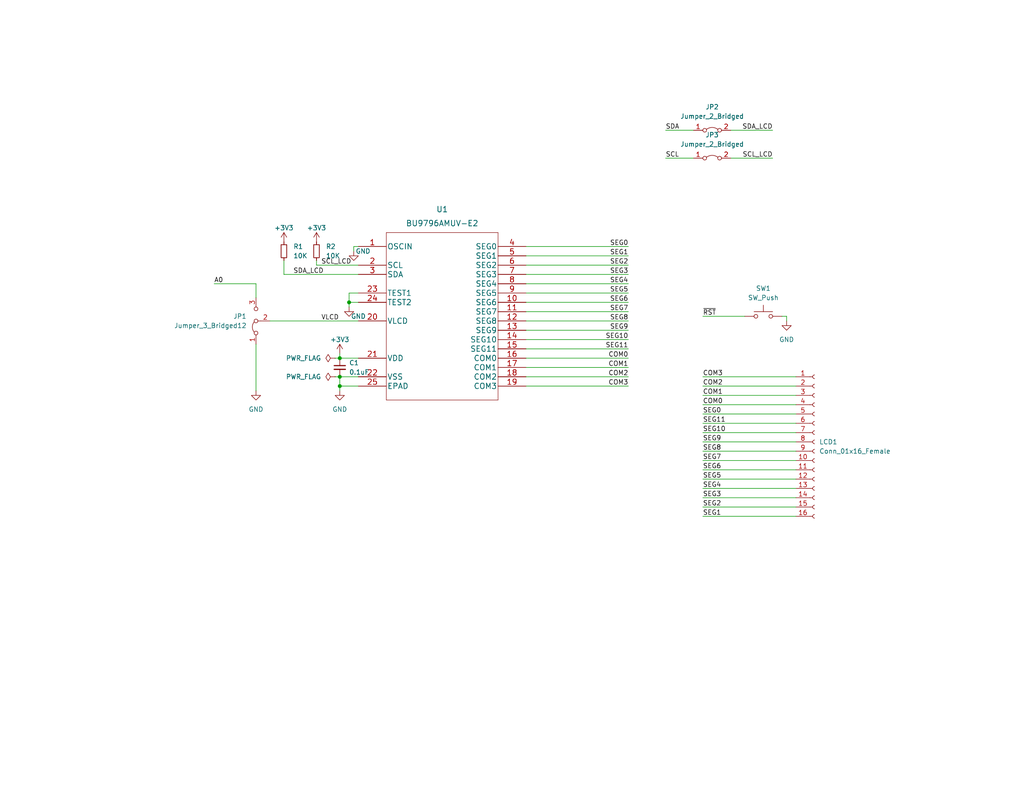
<source format=kicad_sch>
(kicad_sch (version 20211123) (generator eeschema)
  (paper "USLetter")
  (title_block (title "Wing with Liquid Crystal Display") (date "2022-03-05") (rev "01") (company "Oddly Specific Objects"))
  (lib_symbols
    (symbol "Connector:Conn_01x16_Female" (pin_names (offset 1.016) hide)
      (property "Reference" "J" (at 0 20.32 0))
      (property "Value" "Conn_01x16_Female" (at 0 -22.86 0))
      (symbol "Conn_01x16_Female_1_1"
        (arc (start 0 -19.812) (mid -0.508 -20.32) (end 0 -20.828) (stroke (width 0.1524)))
        (arc (start 0 -17.272) (mid -0.508 -17.78) (end 0 -18.288) (stroke (width 0.1524)))
        (arc (start 0 -14.732) (mid -0.508 -15.24) (end 0 -15.748) (stroke (width 0.1524)))
        (arc (start 0 -12.192) (mid -0.508 -12.7) (end 0 -13.208) (stroke (width 0.1524)))
        (arc (start 0 -9.652) (mid -0.508 -10.16) (end 0 -10.668) (stroke (width 0.1524)))
        (arc (start 0 -7.112) (mid -0.508 -7.62) (end 0 -8.128) (stroke (width 0.1524)))
        (arc (start 0 -4.572) (mid -0.508 -5.08) (end 0 -5.588) (stroke (width 0.1524)))
        (arc (start 0 -2.032) (mid -0.508 -2.54) (end 0 -3.048) (stroke (width 0.1524)))
        (polyline (pts (xy -1.27 -20.32) (xy -0.508 -20.32)) (stroke (width 0.1524)))
        (polyline (pts (xy -1.27 -17.78) (xy -0.508 -17.78)) (stroke (width 0.1524)))
        (polyline (pts (xy -1.27 -15.24) (xy -0.508 -15.24)) (stroke (width 0.1524)))
        (polyline (pts (xy -1.27 -12.7) (xy -0.508 -12.7)) (stroke (width 0.1524)))
        (polyline (pts (xy -1.27 -10.16) (xy -0.508 -10.16)) (stroke (width 0.1524)))
        (polyline (pts (xy -1.27 -7.62) (xy -0.508 -7.62)) (stroke (width 0.1524)))
        (polyline (pts (xy -1.27 -5.08) (xy -0.508 -5.08)) (stroke (width 0.1524)))
        (polyline (pts (xy -1.27 -2.54) (xy -0.508 -2.54)) (stroke (width 0.1524)))
        (polyline (pts (xy -1.27 0) (xy -0.508 0)) (stroke (width 0.1524)))
        (polyline (pts (xy -1.27 2.54) (xy -0.508 2.54)) (stroke (width 0.1524)))
        (polyline (pts (xy -1.27 5.08) (xy -0.508 5.08)) (stroke (width 0.1524)))
        (polyline (pts (xy -1.27 7.62) (xy -0.508 7.62)) (stroke (width 0.1524)))
        (polyline (pts (xy -1.27 10.16) (xy -0.508 10.16)) (stroke (width 0.1524)))
        (polyline (pts (xy -1.27 12.7) (xy -0.508 12.7)) (stroke (width 0.1524)))
        (polyline (pts (xy -1.27 15.24) (xy -0.508 15.24)) (stroke (width 0.1524)))
        (polyline (pts (xy -1.27 17.78) (xy -0.508 17.78)) (stroke (width 0.1524)))
        (arc (start 0 0.508) (mid -0.508 0) (end 0 -0.508) (stroke (width 0.1524)))
        (arc (start 0 3.048) (mid -0.508 2.54) (end 0 2.032) (stroke (width 0.1524)))
        (arc (start 0 5.588) (mid -0.508 5.08) (end 0 4.572) (stroke (width 0.1524)))
        (arc (start 0 8.128) (mid -0.508 7.62) (end 0 7.112) (stroke (width 0.1524)))
        (arc (start 0 10.668) (mid -0.508 10.16) (end 0 9.652) (stroke (width 0.1524)))
        (arc (start 0 13.208) (mid -0.508 12.7) (end 0 12.192) (stroke (width 0.1524)))
        (arc (start 0 15.748) (mid -0.508 15.24) (end 0 14.732) (stroke (width 0.1524)))
        (arc (start 0 18.288) (mid -0.508 17.78) (end 0 17.272) (stroke (width 0.1524)))
        (pin passive line (at -5.08 17.78 0) (length 3.81) (name "Pin_1") (number "1"))
        (pin passive line (at -5.08 -5.08 0) (length 3.81) (name "Pin_10") (number "10"))
        (pin passive line (at -5.08 -7.62 0) (length 3.81) (name "Pin_11") (number "11"))
        (pin passive line (at -5.08 -10.16 0) (length 3.81) (name "Pin_12") (number "12"))
        (pin passive line (at -5.08 -12.7 0) (length 3.81) (name "Pin_13") (number "13"))
        (pin passive line (at -5.08 -15.24 0) (length 3.81) (name "Pin_14") (number "14"))
        (pin passive line (at -5.08 -17.78 0) (length 3.81) (name "Pin_15") (number "15"))
        (pin passive line (at -5.08 -20.32 0) (length 3.81) (name "Pin_16") (number "16"))
        (pin passive line (at -5.08 15.24 0) (length 3.81) (name "Pin_2") (number "2"))
        (pin passive line (at -5.08 12.7 0) (length 3.81) (name "Pin_3") (number "3"))
        (pin passive line (at -5.08 10.16 0) (length 3.81) (name "Pin_4") (number "4"))
        (pin passive line (at -5.08 7.62 0) (length 3.81) (name "Pin_5") (number "5"))
        (pin passive line (at -5.08 5.08 0) (length 3.81) (name "Pin_6") (number "6"))
        (pin passive line (at -5.08 2.54 0) (length 3.81) (name "Pin_7") (number "7"))
        (pin passive line (at -5.08 0 0) (length 3.81) (name "Pin_8") (number "8"))
        (pin passive line (at -5.08 -2.54 0) (length 3.81) (name "Pin_9") (number "9"))
      )
    )
    (symbol "Device:C_Small" (pin_numbers hide) (pin_names (offset 0.254) hide)
      (property "Reference" "C" (at 0.254 1.778 0))
      (property "Value" "C_Small" (at 0.254 -2.032 0))
      (symbol "C_Small_0_1"
        (polyline (pts (xy -1.524 -0.508) (xy 1.524 -0.508)) (stroke (width 0.3302)))
        (polyline (pts (xy -1.524 0.508) (xy 1.524 0.508)) (stroke (width 0.3048)))
      )
      (symbol "C_Small_1_1"
        (pin passive line (at 0 2.54 270) (length 2.032) (name "~") (number "1"))
        (pin passive line (at 0 -2.54 90) (length 2.032) (name "~") (number "2"))
      )
    )
    (symbol "Device:R_Small" (pin_numbers hide) (pin_names (offset 0.254) hide)
      (property "Reference" "R" (at 0.762 0.508 0))
      (property "Value" "R_Small" (at 0.762 -1.016 0))
      (symbol "R_Small_0_1"
        (rectangle (start -0.762 1.778) (end 0.762 -1.778) (stroke (width 0.2032)))
      )
      (symbol "R_Small_1_1"
        (pin passive line (at 0 2.54 270) (length 0.762) (name "~") (number "1"))
        (pin passive line (at 0 -2.54 90) (length 0.762) (name "~") (number "2"))
      )
    )
    (symbol "Jumper:Jumper_2_Bridged" (pin_names (offset 0) hide)
      (property "Reference" "JP" (at 0 1.905 0))
      (property "Value" "Jumper_2_Bridged" (at 0 -2.54 0))
      (symbol "Jumper_2_Bridged_0_0"
        (circle (center -2.032 0) (radius 0.508))
        (circle (center 2.032 0) (radius 0.508))
      )
      (symbol "Jumper_2_Bridged_0_1"
        (arc (start 1.524 0.254) (mid 0 0.762) (end -1.524 0.254))
      )
      (symbol "Jumper_2_Bridged_1_1"
        (pin passive line (at -5.08 0 0) (length 2.54) (name "A") (number "1"))
        (pin passive line (at 5.08 0 180) (length 2.54) (name "B") (number "2"))
      )
    )
    (symbol "Jumper:Jumper_3_Bridged12" (pin_names (offset 0) hide)
      (property "Reference" "JP" (at -2.54 -2.54 0))
      (property "Value" "Jumper_3_Bridged12" (at 0 2.794 0))
      (symbol "Jumper_3_Bridged12_0_0"
        (circle (center -3.302 0) (radius 0.508))
        (circle (center 0 0) (radius 0.508))
        (circle (center 3.302 0) (radius 0.508))
      )
      (symbol "Jumper_3_Bridged12_0_1"
        (arc (start -0.254 0.508) (mid -1.651 0.9912) (end -3.048 0.508))
        (polyline (pts (xy 0 -1.27) (xy 0 -0.508)))
      )
      (symbol "Jumper_3_Bridged12_1_1"
        (pin passive line (at -6.35 0 0) (length 2.54) (name "A") (number "1"))
        (pin passive line (at 0 -3.81 90) (length 2.54) (name "C") (number "2"))
        (pin passive line (at 6.35 0 180) (length 2.54) (name "B") (number "3"))
      )
    )
    (symbol "LCD_Driver:BU9796AMUV-E2" (pin_names (offset 0.254))
      (property "Reference" "U" (at 0 27.94 0))
      (property "Value" "BU9796AMUV-E2" (at 0 25.4 0))
      (symbol "BU9796AMUV-E2_1_1"
        (polyline (pts (xy -15.24 -22.86) (xy 15.24 -22.86)) (stroke (width 0.127)))
        (polyline (pts (xy -15.24 22.86) (xy -15.24 -22.86)) (stroke (width 0.127)))
        (polyline (pts (xy 15.24 -22.86) (xy 15.24 22.86)) (stroke (width 0.127)))
        (polyline (pts (xy 15.24 22.86) (xy -15.24 22.86)) (stroke (width 0.127)))
        (pin input line (at -22.86 19.05 0) (length 7.62) (name "OSCIN") (number "1"))
        (pin bidirectional line (at 22.86 3.81 180) (length 7.62) (name "SEG6") (number "10"))
        (pin bidirectional line (at 22.86 1.27 180) (length 7.62) (name "SEG7") (number "11"))
        (pin bidirectional line (at 22.86 -1.27 180) (length 7.62) (name "SEG8") (number "12"))
        (pin bidirectional line (at 22.86 -3.81 180) (length 7.62) (name "SEG9") (number "13"))
        (pin bidirectional line (at 22.86 -6.35 180) (length 7.62) (name "SEG10") (number "14"))
        (pin bidirectional line (at 22.86 -8.89 180) (length 7.62) (name "SEG11") (number "15"))
        (pin bidirectional line (at 22.86 -11.43 180) (length 7.62) (name "COM0") (number "16"))
        (pin bidirectional line (at 22.86 -13.97 180) (length 7.62) (name "COM1") (number "17"))
        (pin bidirectional line (at 22.86 -16.51 180) (length 7.62) (name "COM2") (number "18"))
        (pin bidirectional line (at 22.86 -19.05 180) (length 7.62) (name "COM3") (number "19"))
        (pin input line (at -22.86 13.97 0) (length 7.62) (name "SCL") (number "2"))
        (pin input line (at -22.86 -1.27 0) (length 7.62) (name "VLCD") (number "20"))
        (pin power_in line (at -22.86 -11.43 0) (length 7.62) (name "VDD") (number "21"))
        (pin power_in line (at -22.86 -16.51 0) (length 7.62) (name "VSS") (number "22"))
        (pin input line (at -22.86 6.35 0) (length 7.62) (name "TEST1") (number "23"))
        (pin input line (at -22.86 3.81 0) (length 7.62) (name "TEST2") (number "24"))
        (pin free line (at -22.86 -19.05 0) (length 7.62) (name "EPAD") (number "25"))
        (pin bidirectional line (at -22.86 11.43 0) (length 7.62) (name "SDA") (number "3"))
        (pin bidirectional line (at 22.86 19.05 180) (length 7.62) (name "SEG0") (number "4"))
        (pin bidirectional line (at 22.86 16.51 180) (length 7.62) (name "SEG1") (number "5"))
        (pin bidirectional line (at 22.86 13.97 180) (length 7.62) (name "SEG2") (number "6"))
        (pin bidirectional line (at 22.86 11.43 180) (length 7.62) (name "SEG3") (number "7"))
        (pin bidirectional line (at 22.86 8.89 180) (length 7.62) (name "SEG4") (number "8"))
        (pin bidirectional line (at 22.86 6.35 180) (length 7.62) (name "SEG5") (number "9"))
      )
    )
    (symbol "Switch:SW_Push" (pin_numbers hide) (pin_names (offset 1.016) hide)
      (property "Reference" "SW" (at 1.27 2.54 0))
      (property "Value" "SW_Push" (at 0 -1.524 0))
      (symbol "SW_Push_0_1"
        (circle (center -2.032 0) (radius 0.508))
        (polyline (pts (xy 0 1.27) (xy 0 3.048)))
        (polyline (pts (xy 2.54 1.27) (xy -2.54 1.27)))
        (circle (center 2.032 0) (radius 0.508))
        (pin passive line (at -5.08 0 0) (length 2.54) (name "1") (number "1"))
        (pin passive line (at 5.08 0 180) (length 2.54) (name "2") (number "2"))
      )
    )
    (symbol "power:+3V3" (power) (pin_names (offset 0))
      (property "Value" "+3V3" (at 0 3.556 0))
      (symbol "+3V3_0_1"
        (polyline (pts (xy -0.762 1.27) (xy 0 2.54)))
        (polyline (pts (xy 0 0) (xy 0 2.54)))
        (polyline (pts (xy 0 2.54) (xy 0.762 1.27)))
      )
      (symbol "+3V3_1_1"
        (pin power_in line (at 0 0 90) (length 0) hide (name "+3V3") (number "1"))
      )
    )
    (symbol "power:GND" (power) (pin_names (offset 0))
      (property "Value" "GND" (at 0 -3.81 0))
      (symbol "GND_0_1"
        (polyline (pts (xy 0 0) (xy 0 -1.27) (xy 1.27 -1.27) (xy 0 -2.54) (xy -1.27 -1.27) (xy 0 -1.27)))
      )
      (symbol "GND_1_1"
        (pin power_in line (at 0 0 270) (length 0) hide (name "GND") (number "1"))
      )
    )
    (symbol "power:PWR_FLAG" (power) (pin_numbers hide) (pin_names (offset 0) hide)
      (property "Value" "PWR_FLAG" (at 0 3.81 0))
      (symbol "PWR_FLAG_0_0"
        (pin power_out line (at 0 0 90) (length 0) (name "pwr") (number "1"))
      )
      (symbol "PWR_FLAG_0_1"
        (polyline (pts (xy 0 0) (xy 0 1.27) (xy -1.016 1.905) (xy 0 2.54) (xy 1.016 1.905) (xy 0 1.27)))
      )
    )
  )
  (junction (at 92.71 105.41))
  (junction (at 95.25 82.55))
  (junction (at 92.71 102.87))
  (junction (at 92.71 97.79))
  (wire (pts (xy 91.44 97.79) (xy 92.71 97.79)))
  (wire (pts (xy 191.77 123.19) (xy 217.17 123.19)))
  (wire (pts (xy 191.77 138.43) (xy 217.17 138.43)))
  (wire (pts (xy 77.47 74.93) (xy 97.79 74.93)))
  (wire (pts (xy 92.71 105.41) (xy 92.71 106.68)))
  (wire (pts (xy 191.77 125.73) (xy 217.17 125.73)))
  (wire (pts (xy 171.45 100.33) (xy 143.51 100.33)))
  (wire (pts (xy 171.45 85.09) (xy 143.51 85.09)))
  (wire (pts (xy 191.77 128.27) (xy 217.17 128.27)))
  (wire (pts (xy 171.45 77.47) (xy 143.51 77.47)))
  (wire (pts (xy 181.61 35.56) (xy 189.23 35.56)))
  (wire (pts (xy 95.25 82.55) (xy 95.25 83.82)))
  (wire (pts (xy 191.77 115.57) (xy 217.17 115.57)))
  (wire (pts (xy 91.44 102.87) (xy 92.71 102.87)))
  (wire (pts (xy 171.45 95.25) (xy 143.51 95.25)))
  (wire (pts (xy 210.82 35.56) (xy 199.39 35.56)))
  (wire (pts (xy 86.36 71.12) (xy 86.36 72.39)))
  (wire (pts (xy 213.36 86.36) (xy 214.63 86.36)))
  (wire (pts (xy 217.17 105.41) (xy 191.77 105.41)))
  (wire (pts (xy 58.42 77.47) (xy 69.85 77.47)))
  (wire (pts (xy 217.17 102.87) (xy 191.77 102.87)))
  (wire (pts (xy 191.77 140.97) (xy 217.17 140.97)))
  (wire (pts (xy 92.71 105.41) (xy 97.79 105.41)))
  (wire (pts (xy 191.77 113.03) (xy 217.17 113.03)))
  (wire (pts (xy 217.17 110.49) (xy 191.77 110.49)))
  (wire (pts (xy 77.47 71.12) (xy 77.47 74.93)))
  (wire (pts (xy 97.79 80.01) (xy 95.25 80.01)))
  (wire (pts (xy 69.85 81.28) (xy 69.85 77.47)))
  (wire (pts (xy 171.45 97.79) (xy 143.51 97.79)))
  (wire (pts (xy 86.36 72.39) (xy 97.79 72.39)))
  (wire (pts (xy 210.82 43.18) (xy 199.39 43.18)))
  (wire (pts (xy 97.79 67.31) (xy 96.52 67.31)))
  (wire (pts (xy 191.77 120.65) (xy 217.17 120.65)))
  (wire (pts (xy 92.71 97.79) (xy 92.71 96.52)))
  (wire (pts (xy 171.45 82.55) (xy 143.51 82.55)))
  (wire (pts (xy 191.77 133.35) (xy 217.17 133.35)))
  (wire (pts (xy 191.77 118.11) (xy 217.17 118.11)))
  (wire (pts (xy 92.71 102.87) (xy 92.71 105.41)))
  (wire (pts (xy 181.61 43.18) (xy 189.23 43.18)))
  (wire (pts (xy 143.51 105.41) (xy 171.45 105.41)))
  (wire (pts (xy 214.63 86.36) (xy 214.63 87.63)))
  (wire (pts (xy 191.77 130.81) (xy 217.17 130.81)))
  (wire (pts (xy 171.45 74.93) (xy 143.51 74.93)))
  (wire (pts (xy 92.71 102.87) (xy 97.79 102.87)))
  (wire (pts (xy 171.45 90.17) (xy 143.51 90.17)))
  (wire (pts (xy 171.45 72.39) (xy 143.51 72.39)))
  (wire (pts (xy 217.17 107.95) (xy 191.77 107.95)))
  (wire (pts (xy 97.79 82.55) (xy 95.25 82.55)))
  (wire (pts (xy 171.45 87.63) (xy 143.51 87.63)))
  (wire (pts (xy 69.85 93.98) (xy 69.85 106.68)))
  (wire (pts (xy 191.77 86.36) (xy 203.2 86.36)))
  (wire (pts (xy 95.25 80.01) (xy 95.25 82.55)))
  (wire (pts (xy 92.71 97.79) (xy 97.79 97.79)))
  (wire (pts (xy 73.66 87.63) (xy 97.79 87.63)))
  (wire (pts (xy 171.45 102.87) (xy 143.51 102.87)))
  (wire (pts (xy 191.77 135.89) (xy 217.17 135.89)))
  (wire (pts (xy 171.45 92.71) (xy 143.51 92.71)))
  (wire (pts (xy 171.45 69.85) (xy 143.51 69.85)))
  (wire (pts (xy 96.52 67.31) (xy 96.52 68.58)))
  (wire (pts (xy 171.45 67.31) (xy 143.51 67.31)))
  (wire (pts (xy 171.45 80.01) (xy 143.51 80.01)))
  (label "SEG7" (at 191.77 125.73 0))
  (label "SEG2" (at 191.77 138.43 0))
  (label "SEG8" (at 191.77 123.19 0))
  (label "SDA" (at 181.61 35.56 0))
  (label "COM0" (at 191.77 110.49 0))
  (label "SEG5" (at 191.77 130.81 0))
  (label "SEG8" (at 171.45 87.63 180))
  (label "SEG9" (at 191.77 120.65 0))
  (label "SDA_LCD" (at 80.01 74.93 0))
  (label "SEG2" (at 171.45 72.39 180))
  (label "COM1" (at 191.77 107.95 0))
  (label "SEG9" (at 171.45 90.17 180))
  (label "SEG7" (at 171.45 85.09 180))
  (label "~{RST}" (at 191.77 86.36 0))
  (label "SEG1" (at 191.77 140.97 0))
  (label "SEG10" (at 191.77 118.11 0))
  (label "SEG5" (at 171.45 80.01 180))
  (label "COM3" (at 171.45 105.41 180))
  (label "SEG11" (at 171.45 95.25 180))
  (label "SEG6" (at 191.77 128.27 0))
  (label "COM1" (at 171.45 100.33 180))
  (label "SEG11" (at 191.77 115.57 0))
  (label "SEG0" (at 171.45 67.31 180))
  (label "A0" (at 58.42 77.47 0))
  (label "SDA_LCD" (at 210.82 35.56 180))
  (label "SCL_LCD" (at 87.63 72.39 0))
  (label "SEG1" (at 171.45 69.85 180))
  (label "COM2" (at 191.77 105.41 0))
  (label "SCL" (at 181.61 43.18 0))
  (label "SCL_LCD" (at 210.82 43.18 180))
  (label "COM0" (at 171.45 97.79 180))
  (label "SEG10" (at 171.45 92.71 180))
  (label "SEG4" (at 171.45 77.47 180))
  (label "COM2" (at 171.45 102.87 180))
  (label "VLCD" (at 87.63 87.63 0))
  (label "SEG4" (at 191.77 133.35 0))
  (label "COM3" (at 191.77 102.87 0))
  (label "SEG3" (at 171.45 74.93 180))
  (label "SEG3" (at 191.77 135.89 0))
  (label "SEG0" (at 191.77 113.03 0))
  (label "SEG6" (at 171.45 82.55 180))
  (symbol (lib_id "power:PWR_FLAG") (at 91.44 97.79 90) (unit 1)
    (property "Reference" "#FLG01" (effects hide))
    (property "Value" "PWR_FLAG" (at 87.63 97.7899 90) (effects (justify left)))
  )
  (symbol (lib_id "Device:C_Small") (at 92.71 100.33 0) (unit 1)
    (property "Reference" "C1" (at 95.25 99.0662 0) (effects (justify left)))
    (property "Value" "0.1uF" (at 95.25 101.6062 0) (effects (justify left)))
    (property "Footprint" "Capacitor_SMD:C_0603_1608Metric" (effects hide))
  )
  (symbol (lib_id "power:GND") (at 92.71 106.68 0) (unit 1)
    (property "Reference" "#PWR0104" (effects hide))
    (property "Value" "GND" (at 92.71 111.76 0))
  )
  (symbol (lib_id "Device:R_Small") (at 77.47 68.58 0) (unit 1)
    (property "Reference" "R1" (at 80.01 67.3099 0) (effects (justify left)))
    (property "Value" "10K" (at 80.01 69.8499 0) (effects (justify left)))
    (property "Footprint" "Resistor_SMD:R_0603_1608Metric" (effects hide))
  )
  (symbol (lib_id "Jumper:Jumper_2_Bridged") (at 194.31 43.18 0) (unit 1)
    (property "Reference" "JP3" (at 194.31 36.83 0))
    (property "Value" "Jumper_2_Bridged" (at 194.31 39.37 0))
    (property "Footprint" "Jumper:SolderJumper-2_P1.3mm_Bridged_Pad1.0x1.5mm" (effects hide))
  )
  (symbol (lib_id "power:GND") (at 95.25 83.82 0) (unit 1)
    (property "Reference" "#PWR0101" (effects hide))
    (property "Value" "GND" (at 97.79 86.36 0))
  )
  (symbol (lib_id "Jumper:Jumper_2_Bridged") (at 194.31 35.56 0) (unit 1)
    (property "Reference" "JP2" (at 194.31 29.21 0))
    (property "Value" "Jumper_2_Bridged" (at 194.31 31.75 0))
    (property "Footprint" "Jumper:SolderJumper-2_P1.3mm_Bridged_Pad1.0x1.5mm" (effects hide))
  )
  (symbol (lib_id "Connector:Conn_01x16_Female") (at 222.25 120.65 0) (unit 1)
    (property "Reference" "LCD1" (at 223.52 120.6499 0) (effects (justify left)))
    (property "Value" "Conn_01x16_Female" (at 223.52 123.1899 0) (effects (justify left)))
    (property "Footprint" "Connector_PinHeader_2.54mm:PinHeader_1x16_P2.54mm_Vertical" (effects hide))
  )
  (symbol (lib_id "power:GND") (at 69.85 106.68 0) (unit 1)
    (property "Reference" "#PWR0102" (effects hide))
    (property "Value" "GND" (at 69.85 111.76 0))
  )
  (symbol (lib_id "power:GND") (at 214.63 87.63 0) (unit 1)
    (property "Reference" "#PWR01" (effects hide))
    (property "Value" "GND" (at 214.63 92.71 0))
  )
  (symbol (lib_id "power:+3V3") (at 92.71 96.52 0) (unit 1)
    (property "Reference" "#PWR0107" (effects hide))
    (property "Value" "+3V3" (at 92.71 92.71 0))
  )
  (symbol (lib_id "power:GND") (at 96.52 68.58 0) (unit 1)
    (property "Reference" "#PWR0108" (effects hide))
    (property "Value" "GND" (at 99.06 68.58 0))
  )
  (symbol (lib_id "Jumper:Jumper_3_Bridged12") (at 69.85 87.63 90) (unit 1)
    (property "Reference" "JP1" (at 67.31 86.3599 90) (effects (justify left)))
    (property "Value" "Jumper_3_Bridged12" (at 67.31 88.8999 90) (effects (justify left)))
    (property "Footprint" "Jumper:SolderJumper-3_P1.3mm_Bridged12_Pad1.0x1.5mm" (effects hide))
  )
  (symbol (lib_id "LCD_Driver:BU9796AMUV-E2") (at 120.65 86.36 0) (unit 1)
    (property "Reference" "U1" (at 120.65 57.15 0) (effects (font (size 1.524 1.524))))
    (property "Value" "BU9796AMUV-E2" (at 120.65 60.96 0) (effects (font (size 1.524 1.524))))
    (property "Footprint" "Package_DFN_QFN:QFN-24-1EP_4x4mm_P0.5mm_EP2.15x2.15mm" (effects hide))
  )
  (symbol (lib_id "Switch:SW_Push") (at 208.28 86.36 0) (unit 1)
    (property "Reference" "SW1" (at 208.28 78.74 0))
    (property "Value" "SW_Push" (at 208.28 81.28 0))
    (property "Footprint" "Button_Switch_SMD:Panasonic_EVQPUJ_EVQPUA" (effects hide))
  )
  (symbol (lib_id "power:+3V3") (at 86.36 66.04 0) (unit 1)
    (property "Reference" "#PWR0106" (effects hide))
    (property "Value" "+3V3" (at 86.36 62.23 0))
  )
  (symbol (lib_id "Device:R_Small") (at 86.36 68.58 0) (unit 1)
    (property "Reference" "R2" (at 88.9 67.3099 0) (effects (justify left)))
    (property "Value" "10K" (at 88.9 69.8499 0) (effects (justify left)))
    (property "Footprint" "Resistor_SMD:R_0603_1608Metric" (effects hide))
  )
  (symbol (lib_id "power:PWR_FLAG") (at 91.44 102.87 90) (unit 1)
    (property "Reference" "#FLG02" (effects hide))
    (property "Value" "PWR_FLAG" (at 87.63 102.8699 90) (effects (justify left)))
  )
  (symbol (lib_id "power:+3V3") (at 77.47 66.04 0) (unit 1)
    (property "Reference" "#PWR0105" (effects hide))
    (property "Value" "+3V3" (at 77.47 62.23 0))
  )
)
</source>
